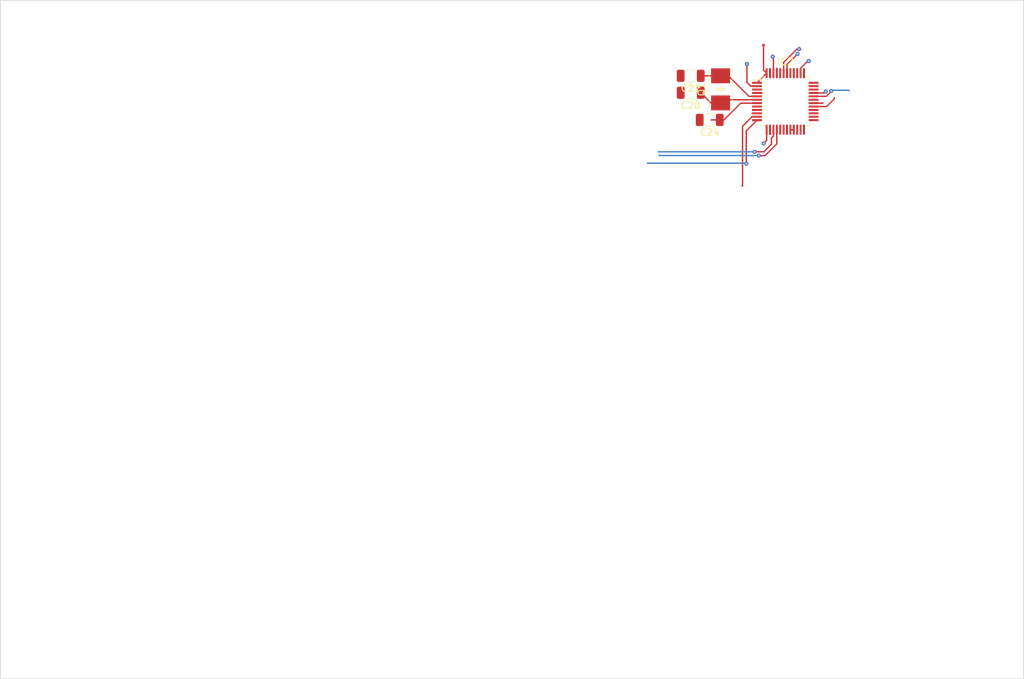
<source format=kicad_pcb>
(kicad_pcb (version 20210623) (generator pcbnew)
  (layers (0 "F.Cu" signal) (31 "B.Cu" signal) (34 "B.Paste" user) (35 "F.Paste" user) (36 "B.SilkS" user "B.Silkscreen") (37 "F.SilkS" user "F.Silkscreen") (38 "B.Mask" user) (39 "F.Mask" user) (44 "Edge.Cuts" user))
  (net 0 "")
  (net 1 "GND")
  (net 2 "ADC12_IN14")
  (net 3 "+3V3")
  (net 4 "ADC2_IN15")
  (net 5 "ADC3_IN5")
  (net 8 "~{RESET}")
  (net 9 "Net-(C27-Pad1)")
  (net 10 "Net-(C28-Pad1)")
  (net 12 "PA15_IN_DFM")
  (net 13 "PC15_IN_PICKUP")
  (net 14 "PC13_OUT_BTS723_MV")
  (net 15 "PC14_OUT_BTS723_ALARM")
  (net 16 "ADC12_IN1")
  (net 18 "ADC12_IN2")
  (net 19 "USART2_TX")
  (net 20 "USART2_RX")
  (net 21 "SPI1_~{SS}")
  (net 22 "SPI1_SCK")
  (net 23 "SPI1_MISO")
  (net 24 "TIM1_CH1N")
  (net 25 "PB0_OUT_SM_STEP")
  (net 26 "TIM8_CH3N")
  (net 27 "ADC1_IN11")
  (net 28 "ADC1_IN5")
  (net 29 "TIM1_CH1")
  (net 30 "USART1_TX")
  (net 31 "USART1_RX")
  (net 32 "CAN1_RX")
  (net 33 "CAN1_TX")
  (net 34 "SWDIO")
  (net 35 "SWDCLK")
  (net 36 "SPI1_MOSI")
  (net 37 "CAN2_RX")
  (net 38 "CAN2_TX")
  (net 39 "PB7_OUT_SM_~{ENABLE}")
  (net 40 "PB8_OUT__LED")
  (net 41 "TIM8_CH3")
  (net 42 "Net-(IC2-Pad20)")
  (footprint "0IBF_Crystal:Crystal_SMD_5032-2Pin_5.0x3.2mm_IBF" (layer "F.Cu") (at 106.07 -86.88 90)
    (fp_text reference "Q1" (at 0 -2.8 90) (layer "F.SilkS"))
    (fp_text value "QC5CB10.000")
    (fp_line (start -0.2 0) (end -0.5 0) (layer "F.SilkS") (width 0.07))
    (fp_line (start -2.8 1.7) (end 2.8 1.7) (layer "F.SilkS") (width 0.07))
    (fp_line (start 2.8 -1.7) (end 2.8 -1.6) (layer "F.SilkS") (width 0.07))
    (fp_line (start -0.2 -0.7) (end -0.2 0.7) (layer "F.SilkS") (width 0.07))
    (fp_line (start -2.8 1.6) (end -2.8 1.7) (layer "F.SilkS") (width 0.07))
    (fp_line (start -2.8 -1.7) (end -2.8 -1.6) (layer "F.SilkS") (width 0.07))
    (fp_line (start 0.1 -0.6) (end 0.1 0.6) (layer "F.SilkS") (width 0.07))
    (fp_line (start 0.1 0.6) (end -0.1 0.6) (layer "F.SilkS") (width 0.07))
    (fp_line (start -0.1 -0.6) (end 0.1 -0.6) (layer "F.SilkS") (width 0.07))
    (fp_line (start 2.8 -1.7) (end -2.8 -1.7) (layer "F.SilkS") (width 0.07))
    (fp_line (start 0.2 0) (end 0.6 0) (layer "F.SilkS") (width 0.07))
    (fp_line (start 0.2 -0.7) (end 0.2 0.7) (layer "F.SilkS") (width 0.07))
    (fp_line (start 2.8 1.6) (end 2.8 1.7) (layer "F.SilkS") (width 0.07))
    (fp_line (start -0.1 0.6) (end -0.1 -0.6) (layer "F.SilkS") (width 0.07))
    (pad "1" smd rect locked (at -2 0 90) (size 2.2 2.8) (layers "F.Cu" "F.Paste" "F.Mask") (net 10 "Net-(C28-Pad1)"))
    (pad "2" smd rect locked (at 2 0 90) (size 2.2 2.8) (layers "F.Cu" "F.Paste" "F.Mask") (net 9 "Net-(C27-Pad1)"))
  )
  (footprint "0IBF_RCL:C_1206_3216Metric" (layer "F.Cu") (at 104.47 -82.38 180)
    (fp_text reference "C24" (at 0 -1.85) (layer "F.SilkS"))
    (fp_text value "100nF")
    (fp_line (start -0.711252 0.91) (end 0.711252 0.91) (layer "F.SilkS") (width 0.12))
    (fp_line (start -0.711252 -0.91) (end 0.711252 -0.91) (layer "F.SilkS") (width 0.12))
    (pad "1" smd roundrect locked (at -1.475 0 180) (size 1.15 1.8) (layers "F.Cu" "F.Paste" "F.Mask") (roundrect_rratio 0.217391) (net 8 "~{RESET}"))
    (pad "2" smd roundrect locked (at 1.475 0 180) (size 1.15 1.8) (layers "F.Cu" "F.Paste" "F.Mask") (roundrect_rratio 0.217391) (net 1 "GND"))
  )
  (footprint "Package_QFP:LQFP-48_7x7mm_P0.5mm" (layer "F.Cu") (at 115.6 -85.1)
    (fp_text reference "IC2" (at 0 -5.85) (layer "F.SilkS"))
    (fp_text value "STM32G491CET6")
    (fp_line (start -3.61 -3.16) (end -4.9 -3.16) (layer "F.SilkS") (width 0.12))
    (fp_line (start 3.61 3.61) (end 3.61 3.16) (layer "F.SilkS") (width 0.12))
    (fp_line (start 3.16 3.61) (end 3.61 3.61) (layer "F.SilkS") (width 0.12))
    (fp_line (start -3.61 3.61) (end -3.61 3.16) (layer "F.SilkS") (width 0.12))
    (fp_line (start -3.61 -3.61) (end -3.61 -3.16) (layer "F.SilkS") (width 0.12))
    (fp_line (start 3.16 -3.61) (end 3.61 -3.61) (layer "F.SilkS") (width 0.12))
    (fp_line (start -3.16 3.61) (end -3.61 3.61) (layer "F.SilkS") (width 0.12))
    (fp_line (start 3.61 -3.61) (end 3.61 -3.16) (layer "F.SilkS") (width 0.12))
    (fp_line (start -3.16 -3.61) (end -3.61 -3.61) (layer "F.SilkS") (width 0.12))
    (pad "1" smd roundrect locked (at -4.1625 -2.75) (size 1.475 0.3) (layers "F.Cu" "F.Paste" "F.Mask") (net 3 "+3V3"))
    (pad "2" smd roundrect locked (at -4.1625 -2.25) (size 1.475 0.3) (layers "F.Cu" "F.Paste" "F.Mask") (net 14 "PC13_OUT_BTS723_MV"))
    (pad "3" smd roundrect locked (at -4.1625 -1.75) (size 1.475 0.3) (layers "F.Cu" "F.Paste" "F.Mask") (net 15 "PC14_OUT_BTS723_ALARM"))
    (pad "4" smd roundrect locked (at -4.1625 -1.25) (size 1.475 0.3) (layers "F.Cu" "F.Paste" "F.Mask") (net 13 "PC15_IN_PICKUP"))
    (pad "5" smd roundrect locked (at -4.1625 -0.75) (size 1.475 0.3) (layers "F.Cu" "F.Paste" "F.Mask") (net 9 "Net-(C27-Pad1)"))
    (pad "6" smd roundrect locked (at -4.1625 -0.25) (size 1.475 0.3) (layers "F.Cu" "F.Paste" "F.Mask") (net 10 "Net-(C28-Pad1)"))
    (pad "7" smd roundrect locked (at -4.1625 0.25) (size 1.475 0.3) (layers "F.Cu" "F.Paste" "F.Mask") (net 8 "~{RESET}"))
    (pad "8" smd roundrect locked (at -4.1625 0.75) (size 1.475 0.3) (layers "F.Cu" "F.Paste" "F.Mask") (net 16 "ADC12_IN1"))
    (pad "9" smd roundrect locked (at -4.1625 1.25) (size 1.475 0.3) (layers "F.Cu" "F.Paste" "F.Mask") (net 18 "ADC12_IN2"))
    (pad "10" smd roundrect locked (at -4.1625 1.75) (size 1.475 0.3) (layers "F.Cu" "F.Paste" "F.Mask") (net 19 "USART2_TX"))
    (pad "11" smd roundrect locked (at -4.1625 2.25) (size 1.475 0.3) (layers "F.Cu" "F.Paste" "F.Mask") (net 20 "USART2_RX"))
    (pad "12" smd roundrect locked (at -4.1625 2.75) (size 1.475 0.3) (layers "F.Cu" "F.Paste" "F.Mask") (net 21 "SPI1_~{SS}"))
    (pad "13" smd roundrect locked (at -2.75 4.1625) (size 0.3 1.475) (layers "F.Cu" "F.Paste" "F.Mask") (net 22 "SPI1_SCK"))
    (pad "14" smd roundrect locked (at -2.25 4.1625) (size 0.3 1.475) (layers "F.Cu" "F.Paste" "F.Mask") (net 23 "SPI1_MISO"))
    (pad "15" smd roundrect locked (at -1.75 4.1625) (size 0.3 1.475) (layers "F.Cu" "F.Paste" "F.Mask") (net 24 "TIM1_CH1N"))
    (pad "16" smd roundrect locked (at -1.25 4.1625) (size 0.3 1.475) (layers "F.Cu" "F.Paste" "F.Mask") (net 25 "PB0_OUT_SM_STEP"))
    (pad "17" smd roundrect locked (at -0.75 4.1625) (size 0.3 1.475) (layers "F.Cu" "F.Paste" "F.Mask") (net 26 "TIM8_CH3N"))
    (pad "18" smd roundrect locked (at -0.25 4.1625) (size 0.3 1.475) (layers "F.Cu" "F.Paste" "F.Mask"))
    (pad "19" smd roundrect locked (at 0.25 4.1625) (size 0.3 1.475) (layers "F.Cu" "F.Paste" "F.Mask"))
    (pad "20" smd roundrect locked (at 0.75 4.1625) (size 0.3 1.475) (layers "F.Cu" "F.Paste" "F.Mask") (net 42 "Net-(IC2-Pad20)"))
    (pad "21" smd roundrect locked (at 1.25 4.1625) (size 0.3 1.475) (layers "F.Cu" "F.Paste" "F.Mask") (net 42 "Net-(IC2-Pad20)"))
    (pad "22" smd roundrect locked (at 1.75 4.1625) (size 0.3 1.475) (layers "F.Cu" "F.Paste" "F.Mask"))
    (pad "23" smd roundrect locked (at 2.25 4.1625) (size 0.3 1.475) (layers "F.Cu" "F.Paste" "F.Mask") (net 1 "GND"))
    (pad "24" smd roundrect locked (at 2.75 4.1625) (size 0.3 1.475) (layers "F.Cu" "F.Paste" "F.Mask") (net 3 "+3V3"))
    (pad "25" smd roundrect locked (at 4.1625 2.75) (size 1.475 0.3) (layers "F.Cu" "F.Paste" "F.Mask") (net 2 "ADC12_IN14"))
    (pad "26" smd roundrect locked (at 4.1625 2.25) (size 1.475 0.3) (layers "F.Cu" "F.Paste" "F.Mask") (net 27 "ADC1_IN11"))
    (pad "27" smd roundrect locked (at 4.1625 1.75) (size 1.475 0.3) (layers "F.Cu" "F.Paste" "F.Mask") (net 5 "ADC3_IN5"))
    (pad "28" smd roundrect locked (at 4.1625 1.25) (size 1.475 0.3) (layers "F.Cu" "F.Paste" "F.Mask") (net 28 "ADC1_IN5"))
    (pad "29" smd roundrect locked (at 4.1625 0.75) (size 1.475 0.3) (layers "F.Cu" "F.Paste" "F.Mask") (net 4 "ADC2_IN15"))
    (pad "30" smd roundrect locked (at 4.1625 0.25) (size 1.475 0.3) (layers "F.Cu" "F.Paste" "F.Mask") (net 29 "TIM1_CH1"))
    (pad "31" smd roundrect locked (at 4.1625 -0.25) (size 1.475 0.3) (layers "F.Cu" "F.Paste" "F.Mask") (net 30 "USART1_TX"))
    (pad "32" smd roundrect locked (at 4.1625 -0.75) (size 1.475 0.3) (layers "F.Cu" "F.Paste" "F.Mask") (net 31 "USART1_RX"))
    (pad "33" smd roundrect locked (at 4.1625 -1.25) (size 1.475 0.3) (layers "F.Cu" "F.Paste" "F.Mask") (net 32 "CAN1_RX"))
    (pad "34" smd roundrect locked (at 4.1625 -1.75) (size 1.475 0.3) (layers "F.Cu" "F.Paste" "F.Mask") (net 33 "CAN1_TX"))
    (pad "35" smd roundrect locked (at 4.1625 -2.25) (size 1.475 0.3) (layers "F.Cu" "F.Paste" "F.Mask") (net 1 "GND"))
    (pad "36" smd roundrect locked (at 4.1625 -2.75) (size 1.475 0.3) (layers "F.Cu" "F.Paste" "F.Mask") (net 3 "+3V3"))
    (pad "37" smd roundrect locked (at 2.75 -4.1625) (size 0.3 1.475) (layers "F.Cu" "F.Paste" "F.Mask") (net 34 "SWDIO"))
    (pad "38" smd roundrect locked (at 2.25 -4.1625) (size 0.3 1.475) (layers "F.Cu" "F.Paste" "F.Mask") (net 35 "SWDCLK"))
    (pad "39" smd roundrect locked (at 1.75 -4.1625) (size 0.3 1.475) (layers "F.Cu" "F.Paste" "F.Mask") (net 12 "PA15_IN_DFM"))
    (pad "40" smd roundrect locked (at 1.25 -4.1625) (size 0.3 1.475) (layers "F.Cu" "F.Paste" "F.Mask"))
    (pad "41" smd roundrect locked (at 0.75 -4.1625) (size 0.3 1.475) (layers "F.Cu" "F.Paste" "F.Mask") (net 36 "SPI1_MOSI"))
    (pad "42" smd roundrect locked (at 0.25 -4.1625) (size 0.3 1.475) (layers "F.Cu" "F.Paste" "F.Mask") (net 37 "CAN2_RX"))
    (pad "43" smd roundrect locked (at -0.25 -4.1625) (size 0.3 1.475) (layers "F.Cu" "F.Paste" "F.Mask") (net 38 "CAN2_TX"))
    (pad "44" smd roundrect locked (at -0.75 -4.1625) (size 0.3 1.475) (layers "F.Cu" "F.Paste" "F.Mask") (net 39 "PB7_OUT_SM_~{ENABLE}"))
    (pad "45" smd roundrect locked (at -1.25 -4.1625) (size 0.3 1.475) (layers "F.Cu" "F.Paste" "F.Mask") (net 40 "PB8_OUT__LED"))
    (pad "46" smd roundrect locked (at -1.75 -4.1625) (size 0.3 1.475) (layers "F.Cu" "F.Paste" "F.Mask") (net 41 "TIM8_CH3"))
    (pad "47" smd roundrect locked (at -2.25 -4.1625) (size 0.3 1.475) (layers "F.Cu" "F.Paste" "F.Mask") (net 1 "GND"))
    (pad "48" smd roundrect locked (at -2.75 -4.1625) (size 0.3 1.475) (layers "F.Cu" "F.Paste" "F.Mask") (net 3 "+3V3"))
  )
  (footprint "0IBF_RCL:C_1206_3216Metric" (layer "F.Cu") (at 101.67 -88.88 180)
    (fp_text reference "C27" (at 0 -1.85) (layer "F.SilkS"))
    (fp_text value "18pF")
    (fp_line (start -0.711252 0.91) (end 0.711252 0.91) (layer "F.SilkS") (width 0.12))
    (fp_line (start -0.711252 -0.91) (end 0.711252 -0.91) (layer "F.SilkS") (width 0.12))
    (pad "1" smd roundrect locked (at -1.475 0 180) (size 1.15 1.8) (layers "F.Cu" "F.Paste" "F.Mask") (roundrect_rratio 0.217391) (net 9 "Net-(C27-Pad1)"))
    (pad "2" smd roundrect locked (at 1.475 0 180) (size 1.15 1.8) (layers "F.Cu" "F.Paste" "F.Mask") (roundrect_rratio 0.217391) (net 1 "GND"))
  )
  (footprint "0IBF_RCL:C_1206_3216Metric" (layer "F.Cu") (at 101.67 -86.38 180)
    (fp_text reference "C28" (at 0 -1.85) (layer "F.SilkS"))
    (fp_text value "18pF")
    (fp_line (start -0.711252 0.91) (end 0.711252 0.91) (layer "F.SilkS") (width 0.12))
    (fp_line (start -0.711252 -0.91) (end 0.711252 -0.91) (layer "F.SilkS") (width 0.12))
    (pad "1" smd roundrect locked (at -1.475 0 180) (size 1.15 1.8) (layers "F.Cu" "F.Paste" "F.Mask") (roundrect_rratio 0.217391) (net 10 "Net-(C28-Pad1)"))
    (pad "2" smd roundrect locked (at 1.475 0 180) (size 1.15 1.8) (layers "F.Cu" "F.Paste" "F.Mask") (roundrect_rratio 0.217391) (net 1 "GND"))
  )
  (gr_poly (pts (xy 0 0) (xy 0 -100) (xy 150.7 -100) (xy 150.7 0)) (layer "Edge.Cuts") (width 0.1) (fill none))
  (segment (start 111.4375 -87.85) (end 112.85 -89.2625) (width 0.2) (layer "F.Cu") (net 3))
  (segment (start 112.395 -89.7175) (end 112.395 -93.38) (width 0.2) (layer "F.Cu") (net 3))
  (segment (start 112.375 -93.4) (end 112.395 -93.38) (width 0.4) (layer "F.Cu") (net 3))
  (segment (start 112.85 -89.2625) (end 112.395 -89.7175) (width 0.2) (layer "F.Cu") (net 3))
  (segment (start 119.7625 -84.35) (end 121.681337 -84.35) (width 0.2) (layer "F.Cu") (net 4))
  (segment (start 121.681337 -84.35) (end 122.821555 -85.490218) (width 0.2) (layer "F.Cu") (net 4))
  (segment (start 122.821555 -85.490218) (end 122.821555 -85.646555) (width 0.2) (layer "F.Cu") (net 4))
  (segment (start 104.73 -82.38) (end 104.7 -82.35) (width 0.2) (layer "F.Cu") (net 8))
  (segment (start 109.039022 -84.85) (end 106.569022 -82.38) (width 0.2) (layer "F.Cu") (net 8))
  (segment (start 105.945 -82.38) (end 104.73 -82.38) (width 0.2) (layer "F.Cu") (net 8))
  (segment (start 111.4375 -84.85) (end 109.039022 -84.85) (width 0.2) (layer "F.Cu") (net 8))
  (segment (start 106.569022 -82.38) (end 105.945 -82.38) (width 0.2) (layer "F.Cu") (net 8))
  (segment (start 107.22 -88.88) (end 106.07 -88.88) (width 0.2) (layer "F.Cu") (net 9))
  (segment (start 103.145 -88.88) (end 106.07 -88.88) (width 0.2) (layer "F.Cu") (net 9))
  (segment (start 111.4375 -85.85) (end 110.25 -85.85) (width 0.2) (layer "F.Cu") (net 9))
  (segment (start 110.25 -85.85) (end 107.22 -88.88) (width 0.2) (layer "F.Cu") (net 9))
  (segment (start 104.645 -84.88) (end 106.07 -84.88) (width 0.2) (layer "F.Cu") (net 10))
  (segment (start 111.4375 -85.35) (end 106.54 -85.35) (width 0.2) (layer "F.Cu") (net 10))
  (segment (start 106.54 -85.35) (end 106.07 -84.88) (width 0.2) (layer "F.Cu") (net 10))
  (segment (start 103.145 -86.38) (end 104.645 -84.88) (width 0.2) (layer "F.Cu") (net 10))
  (segment (start 111.4375 -86.35) (end 112.175 -86.35) (width 0.2) (layer "F.Cu") (net 13))
  (segment (start 110.5 -87.35) (end 110 -87.85) (width 0.2) (layer "F.Cu") (net 14))
  (segment (start 110 -87.85) (end 109.95 -87.9) (width 0.2) (layer "F.Cu") (net 14))
  (segment (start 111.4375 -87.35) (end 110.5 -87.35) (width 0.2) (layer "F.Cu") (net 14))
  (segment (start 109.95 -87.9) (end 109.95 -90.6005) (width 0.2) (layer "F.Cu") (net 14))
  (via (at 109.95 -90.6005) (size 0.6) (drill 0.2) (layers "F.Cu" "B.Cu") (net 14))
  (segment (start 109.95 -90.75) (end 109.89952 -90.80048) (width 0.2) (layer "B.Cu") (net 14))
  (segment (start 109.95 -90.6005) (end 109.95 -90.75) (width 0.2) (layer "B.Cu") (net 14))
  (segment (start 111.4375 -83.35) (end 110.7 -83.35) (width 0.2) (layer "F.Cu") (net 19))
  (segment (start 111.4375 -82.85) (end 110.7 -82.85) (width 0.2) (layer "F.Cu") (net 20))
  (segment (start 109.3 -81.45) (end 109.3 -72.65) (width 0.2) (layer "F.Cu") (net 20))
  (segment (start 109.3 -72.65) (end 109.25 -72.6) (width 0.2) (layer "F.Cu") (net 20))
  (segment (start 110.7 -82.85) (end 109.3 -81.45) (width 0.2) (layer "F.Cu") (net 20))
  (segment (start 109.8495 -80.762) (end 109.8495 -75.934832) (width 0.2) (layer "F.Cu") (net 21))
  (segment (start 111.4375 -82.35) (end 109.8495 -80.762) (width 0.2) (layer "F.Cu") (net 21))
  (via (at 109.8495 -75.934832) (size 0.6) (drill 0.2) (layers "F.Cu" "B.Cu") (net 21))
  (segment (start 109.783332 -76.001) (end 109.8495 -75.934832) (width 0.2) (layer "B.Cu") (net 21))
  (segment (start 95.349 -76.001) (end 109.783332 -76.001) (width 0.2) (layer "B.Cu") (net 21))
  (segment (start 95.301 -76.001) (end 95.3 -76) (width 0.2) (layer "B.Cu") (net 21))
  (segment (start 112.85 -80.9375) (end 112.85 -79.35) (width 0.2) (layer "F.Cu") (net 22))
  (segment (start 112.85 -79.35) (end 112.4 -78.9) (width 0.2) (layer "F.Cu") (net 22))
  (via (at 112.4 -78.9) (size 0.6) (drill 0.2) (layers "F.Cu" "B.Cu") (net 22))
  (segment (start 112.4 -78.9) (end 112.35 -78.85) (width 0.2) (layer "B.Cu") (net 22))
  (segment (start 113.35 -80.9375) (end 113.35 -80.241042) (width 0.2) (layer "F.Cu") (net 23))
  (segment (start 113.553999 -79.7) (end 113.553999 -78.782576) (width 0.2) (layer "F.Cu") (net 24))
  (segment (start 112.447799 -77.676376) (end 111.084251 -77.676376) (width 0.2) (layer "F.Cu") (net 24))
  (segment (start 113.553999 -78.782576) (end 112.447799 -77.676376) (width 0.2) (layer "F.Cu") (net 24))
  (segment (start 113.85 -80.9375) (end 113.85 -79.996001) (width 0.2) (layer "F.Cu") (net 24))
  (segment (start 113.85 -79.996001) (end 113.553999 -79.7) (width 0.2) (layer "F.Cu") (net 24))
  (via (at 111.084251 -77.676376) (size 0.6) (drill 0.2) (layers "F.Cu" "B.Cu") (net 24))
  (segment (start 96.923624 -77.676376) (end 96.9 -77.7) (width 0.2) (layer "B.Cu") (net 24))
  (segment (start 111.084251 -77.676376) (end 96.923624 -77.676376) (width 0.2) (layer "B.Cu") (net 24))
  (segment (start 112.6 -77.1) (end 111.731575 -77.1) (width 0.2) (layer "F.Cu") (net 25))
  (segment (start 114.35 -78.85) (end 112.6 -77.1) (width 0.2) (layer "F.Cu") (net 25))
  (segment (start 114.35 -80.9375) (end 114.35 -78.85) (width 0.2) (layer "F.Cu") (net 25))
  (segment (start 111.731575 -77.1) (end 111.704699 -77.126876) (width 0.2) (layer "F.Cu") (net 25))
  (via (at 111.704699 -77.126876) (size 0.6) (drill 0.2) (layers "F.Cu" "B.Cu") (net 25))
  (segment (start 97.073124 -77.126876) (end 97 -77.2) (width 0.2) (layer "B.Cu") (net 25))
  (segment (start 111.704699 -77.126876) (end 97.073124 -77.126876) (width 0.2) (layer "B.Cu") (net 25))
  (segment (start 121.1 -84.85) (end 121.15 -84.9) (width 0.2) (layer "F.Cu") (net 29))
  (segment (start 119.7625 -84.85) (end 121.1 -84.85) (width 0.2) (layer "F.Cu") (net 29))
  (segment (start 119.7625 -85.35) (end 119.862001 -85.449501) (width 0.2) (layer "F.Cu") (net 30))
  (segment (start 121.627113 -85.85) (end 122.34634 -86.569227) (width 0.2) (layer "F.Cu") (net 31))
  (segment (start 122.34634 -86.569227) (end 122.34634 -86.650999) (width 0.2) (layer "F.Cu") (net 31))
  (segment (start 119.7625 -85.85) (end 121.627113 -85.85) (width 0.2) (layer "F.Cu") (net 31))
  (via (at 122.34634 -86.650999) (size 0.6) (drill 0.2) (layers "F.Cu" "B.Cu") (net 31))
  (segment (start 124.922385 -86.749012) (end 125.020398 -86.650999) (width 0.2) (layer "B.Cu") (net 31))
  (segment (start 122.444353 -86.749012) (end 124.922385 -86.749012) (width 0.2) (layer "B.Cu") (net 31))
  (segment (start 122.34634 -86.650999) (end 122.444353 -86.749012) (width 0.2) (layer "B.Cu") (net 31))
  (segment (start 119.7625 -86.35) (end 121.35 -86.35) (width 0.2) (layer "F.Cu") (net 32))
  (segment (start 121.35 -86.35) (end 121.55 -86.55) (width 0.2) (layer "F.Cu") (net 32))
  (via (at 121.55 -86.55) (size 0.6) (drill 0.2) (layers "F.Cu" "B.Cu") (net 32))
  (segment (start 121.55 -86.55) (end 121.55 -86.7) (width 0.2) (layer "B.Cu") (net 32))
  (segment (start 117.85 -89.2625) (end 117.85 -90) (width 0.2) (layer "F.Cu") (net 35))
  (segment (start 118.9 -91.05) (end 119.05 -91.05) (width 0.2) (layer "F.Cu") (net 35))
  (segment (start 117.85 -90) (end 118.9 -91.05) (width 0.2) (layer "F.Cu") (net 35))
  (via (at 119.05 -91.05) (size 0.6) (drill 0.2) (layers "F.Cu" "B.Cu") (net 35))
  (segment (start 119.05 -91.05) (end 119.149501 -91.149501) (width 0.2) (layer "B.Cu") (net 35))
  (segment (start 115.85 -89.2625) (end 115.85 -90.55) (width 0.2) (layer "F.Cu") (net 37))
  (segment (start 115.85 -90.55) (end 117.4 -92.1) (width 0.2) (layer "F.Cu") (net 37))
  (via (at 117.4 -92.1) (size 0.6) (drill 0.2) (layers "F.Cu" "B.Cu") (net 37))
  (segment (start 117.4 -92.1) (end 117.449501 -92.149501) (width 0.2) (layer "B.Cu") (net 37))
  (segment (start 115.35 -90.85) (end 117.311041 -92.811041) (width 0.2) (layer "F.Cu") (net 38))
  (segment (start 117.311041 -92.811041) (end 117.637014 -92.811041) (width 0.2) (layer "F.Cu") (net 38))
  (segment (start 115.35 -89.2625) (end 115.35 -90.85) (width 0.2) (layer "F.Cu") (net 38))
  (via (at 117.637014 -92.811041) (size 0.6) (drill 0.2) (layers "F.Cu" "B.Cu") (net 38))
  (segment (start 117.748055 -92.7) (end 117.637014 -92.811041) (width 0.2) (layer "B.Cu") (net 38))
  (segment (start 114.35 -89.2625) (end 114.35 -90) (width 0.2) (layer "F.Cu") (net 40))
  (segment (start 113.85 -89.2625) (end 113.85 -91.596123) (width 0.2) (layer "F.Cu") (net 41))
  (segment (start 113.85 -91.596123) (end 113.746623 -91.6995) (width 0.2) (layer "F.Cu") (net 41))
  (via (at 113.746623 -91.6995) (size 0.6) (drill 0.2) (layers "F.Cu" "B.Cu") (net 41))
  (segment (start 113.597123 -91.55) (end 113.746623 -91.6995) (width 0.2) (layer "B.Cu") (net 41))
  (segment (start 116.35 -80.9375) (end 116.85 -80.9375) (width 0.2) (layer "F.Cu") (net 42))
)
</source>
